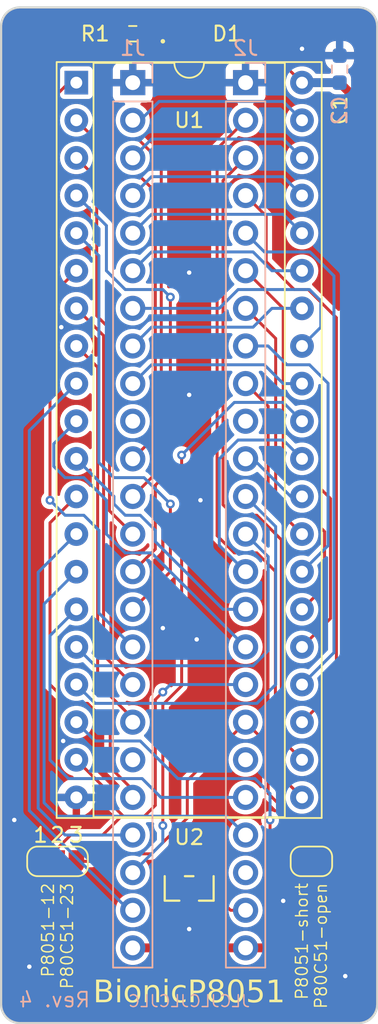
<source format=kicad_pcb>
(kicad_pcb (version 20221018) (generator pcbnew)
  (title_block (title "BionicP8051") (date "2024-11-28") (rev "4") (company "Tadashi G. Takaoka"))
  (layers (0 "F.Cu" signal) (31 "B.Cu" signal) (34 "B.Paste" user) (35 "F.Paste" user) (36 "B.SilkS" user "B.Silkscreen") (37 "F.SilkS" user "F.Silkscreen") (38 "B.Mask" user) (39 "F.Mask" user) (44 "Edge.Cuts" user))
  (net 0 "")
  (net 1 "VCC")
  (net 2 "GND")
  (net 4 "/P26")
  (net 5 "/P30")
  (net 6 "/P27")
  (net 7 "/P46")
  (net 8 "/P31")
  (net 9 "/P32")
  (net 10 "/P25")
  (net 11 "/P24")
  (net 12 "/P23")
  (net 13 "/P22")
  (net 14 "/P21")
  (net 15 "/P20")
  (net 16 "/P33")
  (net 17 "/P17")
  (net 18 "/P16")
  (net 19 "/P34")
  (net 20 "/P15")
  (net 21 "/P40")
  (net 22 "/P14")
  (net 23 "/P13")
  (net 24 "/P42")
  (net 25 "/P12")
  (net 26 "/P11")
  (net 27 "/P44")
  (net 28 "/P10")
  (net 29 "/P45")
  (net 30 "/P35")
  (net 31 "/P36")
  (net 32 "/P37")
  (net 33 "/P50")
  (net 34 "/P43")
  (net 35 "/P51")
  (net 36 "/P52")
  (net 37 "/P41")
  (net 38 "/P55")
  (net 39 "/P54")
  (net 40 "Net-(D1-K)")
  (net 41 "/P53")
  (net 43 "Net-(J2-P57)")
  (net 46 "/P47")
  (net 48 "Net-(JP2-B)")
  (footprint "Resistor_SMD:R_0603_1608Metric_Pad0.98x0.95mm_HandSolder" (layer "F.Cu") (at 109.89 71.778 180)
    (fp_text reference "R1" (at 2.54 0) (layer "F.SilkS"))
    (fp_text value "1.6k")
    (fp_line (start -0.254724 -0.5225) (end 0.254724 -0.5225) (stroke (width 0.12)) (layer "F.SilkS"))
    (fp_line (start -0.254724 0.5225) (end 0.254724 0.5225) (stroke (width 0.12)) (layer "F.SilkS"))
    (pad "1" smd roundrect (at -0.9125 0 180) (size 0.975 0.95) (layers "F.Cu" "F.Paste" "F.Mask") (net 40 "Net-(D1-K)"))
    (pad "2" smd roundrect (at 0.9125 0 180) (size 0.975 0.95) (layers "F.Cu" "F.Paste" "F.Mask") (net 2 "GND"))
  )
  (footprint "Resistor_SMD:R_0603_1608Metric_Pad0.98x0.95mm_HandSolder" (layer "F.Cu") (at 123.86 74.1675 90)
    (fp_text reference "C1" (at -2.794 0 90) (layer "F.SilkS"))
    (fp_text value "0.1u")
    (fp_line (start -0.254724 -0.5225) (end 0.254724 -0.5225) (stroke (width 0.12)) (layer "F.SilkS"))
    (fp_line (start -0.254724 0.5225) (end 0.254724 0.5225) (stroke (width 0.12)) (layer "F.SilkS"))
    (pad "1" smd roundrect (at -0.9125 0 90) (size 0.975 0.95) (layers "F.Cu" "F.Paste" "F.Mask") (net 1 "VCC"))
    (pad "2" smd roundrect (at 0.9125 0 90) (size 0.975 0.95) (layers "F.Cu" "F.Paste" "F.Mask") (net 2 "GND"))
  )
  (footprint "0-LocalLibrary:LED_CSL1901UW1_ROM" (layer "F.Cu") (at 113.7 71.778)
    (fp_text reference "D1" (at 2.54 0 unlocked) (layer "F.SilkS"))
    (fp_text value "CSL1901UW1")
    (fp_circle (center -1.778 0.508) (end -1.7018 0.508) (stroke (width 0.1524)) (fill none) (layer "F.SilkS"))
    (pad "1" smd rect (at -0.7747 0) (size 0.762 0.7112) (layers "F.Cu" "F.Paste" "F.Mask") (net 40 "Net-(D1-K)"))
    (pad "2" smd rect (at 0.7747 0) (size 0.762 0.7112) (layers "F.Cu" "F.Paste" "F.Mask") (net 1 "VCC"))
    (zone (net 0) (net_name "") (layer "F.Cu") (connect_pads (clearance 0)) (min_thickness 0.254)
      (keepout (tracks not_allowed) (vias not_allowed) (pads allowed) (copperpour not_allowed) (footprints allowed))
      (fill (thermal_gap 0.508) (thermal_bridge_width 0.508))
      (polygon (pts (xy 113.3571 71.4224) (xy 114.0429 71.4224) (xy 114.0429 72.1336) (xy 113.3571 72.1336)))
    )
  )
  (footprint "0-LocalLibrary:SOT-23_MC_MCH-M" (layer "F.Cu") (at 113.7 129.486 180)
    (fp_text reference "U2" (at 0 3.4544 unlocked) (layer "F.SilkS"))
    (fp_text value "11AA010-I/TT")
    (fp_line (start -1.652 -0.827) (end -1.652 0.827) (stroke (width 0.1524)) (layer "F.SilkS"))
    (fp_line (start -0.66294 -0.827) (end -1.652 -0.827) (stroke (width 0.1524)) (layer "F.SilkS"))
    (fp_line (start -0.287061 0.827) (end 0.287061 0.827) (stroke (width 0.1524)) (layer "F.SilkS"))
    (fp_line (start 1.652 -0.827) (end 0.66294 -0.827) (stroke (width 0.1524)) (layer "F.SilkS"))
    (fp_line (start 1.652 0.827) (end 1.652 -0.827) (stroke (width 0.1524)) (layer "F.SilkS"))
    (pad "1" smd rect (at -0.950001 1.066 180) (size 0.6604 1.6256) (layers "F.Cu" "F.Paste" "F.Mask") (net 43 "Net-(J2-P57)"))
    (pad "2" smd rect (at 0.950001 1.066 180) (size 0.6604 1.6256) (layers "F.Cu" "F.Paste" "F.Mask") (net 1 "VCC"))
    (pad "3" smd rect (at 0 -1.066 180) (size 0.6604 1.6256) (layers "F.Cu" "F.Paste" "F.Mask") (net 2 "GND"))
  )
  (footprint "0-LocalLibrary:DIP-40_W15.24mm_Socket" (layer "F.Cu") (at 106.08 75.08)
    (fp_text reference "U1" (at 7.62 2.54) (layer "F.SilkS"))
    (fp_text value "P8051AH")
    (fp_line (start -1.33 -1.39) (end -1.33 49.65) (stroke (width 0.12)) (layer "F.SilkS"))
    (fp_line (start -1.33 49.65) (end 16.57 49.65) (stroke (width 0.12)) (layer "F.SilkS"))
    (fp_line (start 1.16 -1.33) (end 1.16 49.59) (stroke (width 0.12)) (layer "F.SilkS"))
    (fp_line (start 1.16 49.59) (end 14.08 49.59) (stroke (width 0.12)) (layer "F.SilkS"))
    (fp_line (start 6.62 -1.33) (end 1.16 -1.33) (stroke (width 0.12)) (layer "F.SilkS"))
    (fp_line (start 14.08 -1.33) (end 8.62 -1.33) (stroke (width 0.12)) (layer "F.SilkS"))
    (fp_line (start 14.08 49.59) (end 14.08 -1.33) (stroke (width 0.12)) (layer "F.SilkS"))
    (fp_line (start 16.57 -1.39) (end -1.33 -1.39) (stroke (width 0.12)) (layer "F.SilkS"))
    (fp_line (start 16.57 49.65) (end 16.57 -1.39) (stroke (width 0.12)) (layer "F.SilkS"))
    (fp_arc (start 8.62 -1.33) (mid 7.62 -0.33) (end 6.62 -1.33) (stroke (width 0.12)) (layer "F.SilkS"))
    (pad "1" thru_hole rect (at 0 0) (size 1.6 1.6) (drill 0.8) (layers "*.Cu" "*.Mask") (net 5 "/P30"))
    (pad "2" thru_hole oval (at 0 2.54) (size 1.6 1.6) (drill 0.8) (layers "*.Cu" "*.Mask") (net 8 "/P31"))
    (pad "3" thru_hole oval (at 0 5.08) (size 1.6 1.6) (drill 0.8) (layers "*.Cu" "*.Mask") (net 9 "/P32"))
    (pad "4" thru_hole oval (at 0 7.62) (size 1.6 1.6) (drill 0.8) (layers "*.Cu" "*.Mask") (net 16 "/P33"))
    (pad "5" thru_hole oval (at 0 10.16) (size 1.6 1.6) (drill 0.8) (layers "*.Cu" "*.Mask") (net 19 "/P34"))
    (pad "6" thru_hole oval (at 0 12.7) (size 1.6 1.6) (drill 0.8) (layers "*.Cu" "*.Mask") (net 30 "/P35"))
    (pad "7" thru_hole oval (at 0 15.24) (size 1.6 1.6) (drill 0.8) (layers "*.Cu" "*.Mask") (net 31 "/P36"))
    (pad "8" thru_hole oval (at 0 17.78) (size 1.6 1.6) (drill 0.8) (layers "*.Cu" "*.Mask") (net 32 "/P37"))
    (pad "9" thru_hole oval (at 0 20.32) (size 1.6 1.6) (drill 0.8) (layers "*.Cu" "*.Mask") (net 41 "/P53"))
    (pad "10" thru_hole oval (at 0 22.86) (size 1.6 1.6) (drill 0.8) (layers "*.Cu" "*.Mask") (net 29 "/P45"))
    (pad "11" thru_hole oval (at 0 25.4) (size 1.6 1.6) (drill 0.8) (layers "*.Cu" "*.Mask") (net 27 "/P44"))
    (pad "12" thru_hole oval (at 0 27.94) (size 1.6 1.6) (drill 0.8) (layers "*.Cu" "*.Mask") (net 33 "/P50"))
    (pad "13" thru_hole oval (at 0 30.48) (size 1.6 1.6) (drill 0.8) (layers "*.Cu" "*.Mask") (net 35 "/P51"))
    (pad "14" thru_hole oval (at 0 33.02) (size 1.6 1.6) (drill 0.8) (layers "*.Cu" "*.Mask") (net 39 "/P54"))
    (pad "15" thru_hole oval (at 0 35.56) (size 1.6 1.6) (drill 0.8) (layers "*.Cu" "*.Mask") (net 38 "/P55"))
    (pad "16" thru_hole oval (at 0 38.1) (size 1.6 1.6) (drill 0.8) (layers "*.Cu" "*.Mask") (net 24 "/P42"))
    (pad "17" thru_hole oval (at 0 40.64) (size 1.6 1.6) (drill 0.8) (layers "*.Cu" "*.Mask") (net 37 "/P41"))
    (pad "18" thru_hole oval (at 0 43.18) (size 1.6 1.6) (drill 0.8) (layers "*.Cu" "*.Mask") (net 48 "Net-(JP2-B)"))
    (pad "19" thru_hole oval (at 0 45.72) (size 1.6 1.6) (drill 0.8) (layers "*.Cu" "*.Mask") (net 7 "/P46"))
    (pad "20" thru_hole oval (at 0 48.26) (size 1.6 1.6) (drill 0.8) (layers "*.Cu" "*.Mask") (net 2 "GND"))
    (pad "21" thru_hole oval (at 15.24 48.26) (size 1.6 1.6) (drill 0.8) (layers "*.Cu" "*.Mask") (net 15 "/P20"))
    (pad "22" thru_hole oval (at 15.24 45.72) (size 1.6 1.6) (drill 0.8) (layers "*.Cu" "*.Mask") (net 14 "/P21"))
    (pad "23" thru_hole oval (at 15.24 43.18) (size 1.6 1.6) (drill 0.8) (layers "*.Cu" "*.Mask") (net 13 "/P22"))
    (pad "24" thru_hole oval (at 15.24 40.64) (size 1.6 1.6) (drill 0.8) (layers "*.Cu" "*.Mask") (net 12 "/P23"))
    (pad "25" thru_hole oval (at 15.24 38.1) (size 1.6 1.6) (drill 0.8) (layers "*.Cu" "*.Mask") (net 11 "/P24"))
    (pad "26" thru_hole oval (at 15.24 35.56) (size 1.6 1.6) (drill 0.8) (layers "*.Cu" "*.Mask") (net 10 "/P25"))
    (pad "27" thru_hole oval (at 15.24 33.02) (size 1.6 1.6) (drill 0.8) (layers "*.Cu" "*.Mask") (net 4 "/P26"))
    (pad "28" thru_hole oval (at 15.24 30.48) (size 1.6 1.6) (drill 0.8) (layers "*.Cu" "*.Mask") (net 6 "/P27"))
    (pad "29" thru_hole oval (at 15.24 27.94) (size 1.6 1.6) (drill 0.8) (layers "*.Cu" "*.Mask") (net 21 "/P40"))
    (pad "30" thru_hole oval (at 15.24 25.4) (size 1.6 1.6) (drill 0.8) (layers "*.Cu" "*.Mask") (net 34 "/P43"))
    (pad "31" thru_hole oval (at 15.24 22.86) (size 1.6 1.6) (drill 0.8) (layers "*.Cu" "*.Mask") (net 36 "/P52"))
    (pad "32" thru_hole oval (at 15.24 20.32) (size 1.6 1.6) (drill 0.8) (layers "*.Cu" "*.Mask") (net 17 "/P17"))
    (pad "33" thru_hole oval (at 15.24 17.78) (size 1.6 1.6) (drill 0.8) (layers "*.Cu" "*.Mask") (net 20 "/P15"))
    (pad "34" thru_hole oval (at 15.24 15.24) (size 1.6 1.6) (drill 0.8) (layers "*.Cu" "*.Mask") (net 18 "/P16"))
    (pad "35" thru_hole oval (at 15.24 12.7) (size 1.6 1.6) (drill 0.8) (layers "*.Cu" "*.Mask") (net 22 "/P14"))
    (pad "36" thru_hole oval (at 15.24 10.16) (size 1.6 1.6) (drill 0.8) (layers "*.Cu" "*.Mask") (net 23 "/P13"))
    (pad "37" thru_hole oval (at 15.24 7.62) (size 1.6 1.6) (drill 0.8) (layers "*.Cu" "*.Mask") (net 25 "/P12"))
    (pad "38" thru_hole oval (at 15.24 5.08) (size 1.6 1.6) (drill 0.8) (layers "*.Cu" "*.Mask") (net 26 "/P11"))
    (pad "39" thru_hole oval (at 15.24 2.54) (size 1.6 1.6) (drill 0.8) (layers "*.Cu" "*.Mask") (net 28 "/P10"))
    (pad "40" thru_hole oval (at 15.24 0) (size 1.6 1.6) (drill 0.8) (layers "*.Cu" "*.Mask") (net 1 "VCC"))
  )
  (footprint "0-LocalLibrary:SolderJumper-2_P1.3mm_Open_RoundedPad1.0x1.5mm" (layer "F.Cu") (at 121.955 127.658 180)
    (fp_text reference "JP2" hide)
    (fp_text value "XTAL2")
    (fp_line (start -1.4 0.3) (end -1.4 -0.3) (stroke (width 0.12)) (layer "F.SilkS"))
    (fp_line (start -0.7 -1) (end 0.7 -1) (stroke (width 0.12)) (layer "F.SilkS"))
    (fp_line (start 0.7 1) (end -0.7 1) (stroke (width 0.12)) (layer "F.SilkS"))
    (fp_line (start 1.4 -0.3) (end 1.4 0.3) (stroke (width 0.12)) (layer "F.SilkS"))
    (fp_arc (start -1.4 -0.3) (mid -1.194975 -0.794975) (end -0.7 -1) (stroke (width 0.12)) (layer "F.SilkS"))
    (fp_arc (start -0.7 1) (mid -1.194975 0.794975) (end -1.4 0.3) (stroke (width 0.12)) (layer "F.SilkS"))
    (fp_arc (start 0.7 -1) (mid 1.194975 -0.794975) (end 1.4 -0.3) (stroke (width 0.12)) (layer "F.SilkS"))
    (fp_arc (start 1.4 0.3) (mid 1.194975 0.794975) (end 0.7 1) (stroke (width 0.12)) (layer "F.SilkS"))
    (pad "1" smd custom (at -0.65 0 180) (size 1 0.5) (layers "F.Cu" "F.Mask") (net 46 "/P47") (options (clearance outline) (anchor rect)) (primitives (gr_circle (center 0 0.25) (end 0.5 0.25) (width 0) (fill yes)) (gr_circle (center 0 -0.25) (end 0.5 -0.25) (width 0) (fill yes)) (gr_poly (pts (xy 0.5 0.75) (xy 0 0.75) (xy 0 -0.75) (xy 0.5 -0.75)) (width 0) (fill yes))))
    (pad "2" smd custom (at 0.65 0 180) (size 1 0.5) (layers "F.Cu" "F.Mask") (net 48 "Net-(JP2-B)") (options (clearance outline) (anchor rect)) (primitives (gr_circle (center 0 0.25) (end 0.5 0.25) (width 0) (fill yes)) (gr_circle (center 0 -0.25) (end 0.5 -0.25) (width 0) (fill yes)) (gr_poly (pts (xy 0 0.75) (xy -0.5 0.75) (xy -0.5 -0.75) (xy 0 -0.75)) (width 0) (fill yes))))
  )
  (footprint "0-LocalLibrary:SolderJumper-3_P1.3mm_Open_RoundedPad1.0x1.5mm_NumberLabels" (layer "F.Cu") (at 104.81 127.658)
    (fp_text reference "JP1" hide)
    (fp_text value "XTAL1")
    (fp_text user "1" (at -1.143 -1.778) (layer "F.SilkS"))
    (fp_text user "3" (at 1.27 -1.778) (layer "F.SilkS"))
    (fp_line (start -2.05 0.3) (end -2.05 -0.3) (stroke (width 0.12)) (layer "F.SilkS"))
    (fp_line (start -1.4 -1) (end 1.4 -1) (stroke (width 0.12)) (layer "F.SilkS"))
    (fp_line (start 1.4 1) (end -1.4 1) (stroke (width 0.12)) (layer "F.SilkS"))
    (fp_line (start 2.05 -0.3) (end 2.05 0.3) (stroke (width 0.12)) (layer "F.SilkS"))
    (fp_arc (start -2.05 -0.3) (mid -1.844975 -0.794975) (end -1.35 -1) (stroke (width 0.12)) (layer "F.SilkS"))
    (fp_arc (start -1.35 1) (mid -1.844975 0.794975) (end -2.05 0.3) (stroke (width 0.12)) (layer "F.SilkS"))
    (fp_arc (start 1.35 -1) (mid 1.844975 -0.794975) (end 2.05 -0.3) (stroke (width 0.12)) (layer "F.SilkS"))
    (fp_arc (start 2.05 0.3) (mid 1.844975 0.794975) (end 1.35 1) (stroke (width 0.12)) (layer "F.SilkS"))
    (pad "1" smd custom (at -1.3 0) (size 1 0.5) (layers "F.Cu" "F.Mask") (net 2 "GND") (options (clearance outline) (anchor rect)) (primitives (gr_circle (center 0 0.25) (end 0.5 0.25) (width 0) (fill yes)) (gr_circle (center 0 -0.25) (end 0.5 -0.25) (width 0) (fill yes)) (gr_poly (pts (xy 0.55 0.75) (xy 0 0.75) (xy 0 -0.75) (xy 0.55 -0.75)) (width 0) (fill yes))))
    (pad "2" smd rect (at 0 0) (size 1 1.5) (layers "F.Cu" "F.Mask") (net 7 "/P46"))
    (pad "3" smd custom (at 1.3 0) (size 1 0.5) (layers "F.Cu" "F.Mask") (net 46 "/P47") (options (clearance outline) (anchor rect)) (primitives (gr_circle (center 0 0.25) (end 0.5 0.25) (width 0) (fill yes)) (gr_circle (center 0 -0.25) (end 0.5 -0.25) (width 0) (fill yes)) (gr_poly (pts (xy 0 0.75) (xy -0.55 0.75) (xy -0.55 -0.75) (xy 0 -0.75)) (width 0) (fill yes))))
  )
  (footprint "Resistor_SMD:R_0603_1608Metric_Pad0.98x0.95mm_HandSolder" (layer "B.Cu") (at 123.86 74.1675 90)
    (fp_text reference "C2" (at -2.794 0 90) (layer "B.SilkS") (effects (justify mirror)))
    (fp_text value "22u")
    (fp_line (start -0.254724 -0.5225) (end 0.254724 -0.5225) (stroke (width 0.12)) (layer "B.SilkS"))
    (fp_line (start -0.254724 0.5225) (end 0.254724 0.5225) (stroke (width 0.12)) (layer "B.SilkS"))
    (pad "1" smd roundrect (at -0.9125 0 90) (size 0.975 0.95) (layers "B.Cu" "B.Paste" "B.Mask") (net 1 "VCC"))
    (pad "2" smd roundrect (at 0.9125 0 90) (size 0.975 0.95) (layers "B.Cu" "B.Paste" "B.Mask") (net 2 "GND"))
  )
  (footprint "0-LocalLibrary:Bionic-P245_Vertical" (layer "B.Cu") (at 117.51 75.08 180)
    (fp_text reference "J2" (at 0 2.33) (layer "B.SilkS") (effects (justify mirror)))
    (fp_text value "Bionic-P245")
    (fp_line (start -1.33 -59.75) (end 1.33 -59.75) (stroke (width 0.12)) (layer "B.SilkS"))
    (fp_line (start -1.33 -1.27) (end -1.33 -59.75) (stroke (width 0.12)) (layer "B.SilkS"))
    (fp_line (start -1.33 -1.27) (end 1.33 -1.27) (stroke (width 0.12)) (layer "B.SilkS"))
    (fp_line (start -1.33 0) (end -1.33 1.33) (stroke (width 0.12)) (layer "B.SilkS"))
    (fp_line (start -1.33 1.33) (end 0 1.33) (stroke (width 0.12)) (layer "B.SilkS"))
    (fp_line (start 1.33 -1.27) (end 1.33 -59.75) (stroke (width 0.12)) (layer "B.SilkS"))
    (pad "25" thru_hole oval (at 0 -58.42 180) (size 1.7 1.7) (drill 1) (layers "*.Cu" "*.Mask") (net 1 "VCC"))
    (pad "26" thru_hole oval (at 0 -55.88 180) (size 1.7 1.7) (drill 1) (layers "*.Cu" "*.Mask") (net 43 "Net-(J2-P57)"))
    (pad "27" thru_hole oval (at 0 -53.34 180) (size 1.7 1.7) (drill 1) (layers "*.Cu" "*.Mask"))
    (pad "28" thru_hole oval (at 0 -50.8 180) (size 1.7 1.7) (drill 1) (layers "*.Cu" "*.Mask") (net 39 "/P54"))
    (pad "29" thru_hole oval (at 0 -48.26 180) (size 1.7 1.7) (drill 1) (layers "*.Cu" "*.Mask") (net 38 "/P55"))
    (pad "30" thru_hole oval (at 0 -45.72 180) (size 1.7 1.7) (drill 1) (layers "*.Cu" "*.Mask"))
    (pad "31" thru_hole oval (at 0 -43.18 180) (size 1.7 1.7) (drill 1) (layers "*.Cu" "*.Mask") (net 46 "/P47"))
    (pad "32" thru_hole oval (at 0 -40.64 180) (size 1.7 1.7) (drill 1) (layers "*.Cu" "*.Mask") (net 7 "/P46"))
    (pad "33" thru_hole oval (at 0 -38.1 180) (size 1.7 1.7) (drill 1) (layers "*.Cu" "*.Mask") (net 29 "/P45"))
    (pad "34" thru_hole oval (at 0 -35.56 180) (size 1.7 1.7) (drill 1) (layers "*.Cu" "*.Mask") (net 27 "/P44"))
    (pad "35" thru_hole oval (at 0 -33.02 180) (size 1.7 1.7) (drill 1) (layers "*.Cu" "*.Mask") (net 34 "/P43"))
    (pad "36" thru_hole oval (at 0 -30.48 180) (size 1.7 1.7) (drill 1) (layers "*.Cu" "*.Mask") (net 24 "/P42"))
    (pad "37" thru_hole oval (at 0 -27.94 180) (size 1.7 1.7) (drill 1) (layers "*.Cu" "*.Mask") (net 37 "/P41"))
    (pad "38" thru_hole oval (at 0 -25.4 180) (size 1.7 1.7) (drill 1) (layers "*.Cu" "*.Mask") (net 21 "/P40"))
    (pad "39" thru_hole oval (at 0 -22.86 180) (size 1.7 1.7) (drill 1) (layers "*.Cu" "*.Mask"))
    (pad "40" thru_hole oval (at 0 -20.32 180) (size 1.7 1.7) (drill 1) (layers "*.Cu" "*.Mask") (net 6 "/P27"))
    (pad "41" thru_hole oval (at 0 -17.78 180) (size 1.7 1.7) (drill 1) (layers "*.Cu" "*.Mask") (net 4 "/P26"))
    (pad "42" thru_hole oval (at 0 -15.24 180) (size 1.7 1.7) (drill 1) (layers "*.Cu" "*.Mask") (net 10 "/P25"))
    (pad "43" thru_hole oval (at 0 -12.7 180) (size 1.7 1.7) (drill 1) (layers "*.Cu" "*.Mask") (net 11 "/P24"))
    (pad "44" thru_hole oval (at 0 -10.16 180) (size 1.7 1.7) (drill 1) (layers "*.Cu" "*.Mask") (net 12 "/P23"))
    (pad "45" thru_hole oval (at 0 -7.62 180) (size 1.7 1.7) (drill 1) (layers "*.Cu" "*.Mask") (net 13 "/P22"))
    (pad "46" thru_hole oval (at 0 -5.08 180) (size 1.7 1.7) (drill 1) (layers "*.Cu" "*.Mask") (net 14 "/P21"))
    (pad "47" thru_hole oval (at 0 -2.54 180) (size 1.7 1.7) (drill 1) (layers "*.Cu" "*.Mask") (net 15 "/P20"))
    (pad "48" thru_hole rect (at 0 0 180) (size 1.7 1.7) (drill 1) (layers "*.Cu" "*.Mask") (net 2 "GND"))
  )
  (footprint "0-LocalLibrary:Bionic-P135_Vertical" (layer "B.Cu") (at 109.89 75.08 180)
    (fp_text reference "J1" (at 0 2.33) (layer "B.SilkS") (effects (justify mirror)))
    (fp_text value "Bionic-P135")
    (fp_line (start -1.33 -59.75) (end 1.33 -59.75) (stroke (width 0.12)) (layer "B.SilkS"))
    (fp_line (start -1.33 -1.27) (end -1.33 -59.75) (stroke (width 0.12)) (layer "B.SilkS"))
    (fp_line (start -1.33 -1.27) (end 1.33 -1.27) (stroke (width 0.12)) (layer "B.SilkS"))
    (fp_line (start -1.33 0) (end -1.33 1.33) (stroke (width 0.12)) (layer "B.SilkS"))
    (fp_line (start -1.33 1.33) (end 0 1.33) (stroke (width 0.12)) (layer "B.SilkS"))
    (fp_line (start 1.33 -1.27) (end 1.33 -59.75) (stroke (width 0.12)) (layer "B.SilkS"))
    (pad "1" thru_hole rect (at 0 0 180) (size 1.7 1.7) (drill 1) (layers "*.Cu" "*.Mask") (net 2 "GND"))
    (pad "2" thru_hole oval (at 0 -2.54 180) (size 1.7 1.7) (drill 1) (layers "*.Cu" "*.Mask") (net 28 "/P10"))
    (pad "3" thru_hole oval (at 0 -5.08 180) (size 1.7 1.7) (drill 1) (layers "*.Cu" "*.Mask") (net 26 "/P11"))
    (pad "4" thru_hole oval (at 0 -7.62 180) (size 1.7 1.7) (drill 1) (layers "*.Cu" "*.Mask") (net 25 "/P12"))
    (pad "5" thru_hole oval (at 0 -10.16 180) (size 1.7 1.7) (drill 1) (layers "*.Cu" "*.Mask") (net 23 "/P13"))
    (pad "6" thru_hole oval (at 0 -12.7 180) (size 1.7 1.7) (drill 1) (layers "*.Cu" "*.Mask") (net 22 "/P14"))
    (pad "7" thru_hole oval (at 0 -15.24 180) (size 1.7 1.7) (drill 1) (layers "*.Cu" "*.Mask") (net 20 "/P15"))
    (pad "8" thru_hole oval (at 0 -17.78 180) (size 1.7 1.7) (drill 1) (layers "*.Cu" "*.Mask") (net 18 "/P16"))
    (pad "9" thru_hole oval (at 0 -20.32 180) (size 1.7 1.7) (drill 1) (layers "*.Cu" "*.Mask") (net 17 "/P17"))
    (pad "10" thru_hole oval (at 0 -22.86 180) (size 1.7 1.7) (drill 1) (layers "*.Cu" "*.Mask"))
    (pad "11" thru_hole oval (at 0 -25.4 180) (size 1.7 1.7) (drill 1) (layers "*.Cu" "*.Mask") (net 5 "/P30"))
    (pad "12" thru_hole oval (at 0 -27.94 180) (size 1.7 1.7) (drill 1) (layers "*.Cu" "*.Mask") (net 8 "/P31"))
    (pad "13" thru_hole oval (at 0 -30.48 180) (size 1.7 1.7) (drill 1) (layers "*.Cu" "*.Mask") (net 9 "/P32"))
    (pad "14" thru_hole oval (at 0 -33.02 180) (size 1.7 1.7) (drill 1) (layers "*.Cu" "*.Mask") (net 16 "/P33"))
    (pad "15" thru_hole oval (at 0 -35.56 180) (size 1.7 1.7) (drill 1) (layers "*.Cu" "*.Mask") (net 19 "/P34"))
    (pad "16" thru_hole oval (at 0 -38.1 180) (size 1.7 1.7) (drill 1) (layers "*.Cu" "*.Mask") (net 30 "/P35"))
    (pad "17" thru_hole oval (at 0 -40.64 180) (size 1.7 1.7) (drill 1) (layers "*.Cu" "*.Mask") (net 31 "/P36"))
    (pad "18" thru_hole oval (at 0 -43.18 180) (size 1.7 1.7) (drill 1) (layers "*.Cu" "*.Mask") (net 32 "/P37"))
    (pad "19" thru_hole oval (at 0 -45.72 180) (size 1.7 1.7) (drill 1) (layers "*.Cu" "*.Mask"))
    (pad "20" thru_hole oval (at 0 -48.26 180) (size 1.7 1.7) (drill 1) (layers "*.Cu" "*.Mask") (net 33 "/P50"))
    (pad "21" thru_hole oval (at 0 -50.8 180) (size 1.7 1.7) (drill 1) (layers "*.Cu" "*.Mask") (net 35 "/P51"))
    (pad "22" thru_hole oval (at 0 -53.34 180) (size 1.7 1.7) (drill 1) (layers "*.Cu" "*.Mask") (net 36 "/P52"))
    (pad "23" thru_hole oval (at 0 -55.88 180) (size 1.7 1.7) (drill 1) (layers "*.Cu" "*.Mask") (net 41 "/P53"))
    (pad "24" thru_hole oval (at 0 -58.42 180) (size 1.7 1.7) (drill 1) (layers "*.Cu" "*.Mask") (net 1 "VCC"))
  )
  (gr_line (start 125.13 70) (end 102.27 70) (stroke (width 0.15)) (layer "Edge.Cuts"))
  (gr_arc (start 101 71.27) (mid 101.371974 70.371974) (end 102.27 70) (stroke (width 0.15)) (layer "Edge.Cuts"))
  (gr_arc (start 125.13 70) (mid 126.028026 70.371974) (end 126.4 71.27) (stroke (width 0.15)) (layer "Edge.Cuts"))
  (gr_arc (start 126.4 137.31) (mid 126.028026 138.208026) (end 125.13 138.58) (stroke (width 0.15)) (layer "Edge.Cuts"))
  (gr_line (start 102.27 138.58) (end 125.13 138.58) (stroke (width 0.15)) (layer "Edge.Cuts"))
  (gr_arc (start 102.27 138.58) (mid 101.371974 138.208026) (end 101 137.31) (stroke (width 0.15)) (layer "Edge.Cuts"))
  (gr_line (start 126.4 137.31) (end 126.4 71.27) (stroke (width 0.15)) (layer "Edge.Cuts"))
  (gr_line (start 101 71.27) (end 101 137.31) (stroke (width 0.15)) (layer "Edge.Cuts"))
  (gr_text "JLCJLCJLCJLC" (at 113.7 137.564) (layer "B.SilkS") (effects (font (size 0.8 0.8)) (justify bottom mirror)))
  (gr_text "Rev. 4" (at 107.096 136.421) (layer "B.SilkS") (effects (font (size 1 1)) (justify left top mirror)))
  (gr_text "2" (at 104.81 125.88) (layer "F.SilkS") (effects (font (size 1 1))))
  (gr_text "P8051-12\nP80C51-23" (at 104.81 129.055 90) (layer "F.SilkS") (effects (font (size 0.8 0.8) (thickness 0.1) bold) (justify right)))
  (gr_text "BionicP8051" (at 113.7 136.548) (layer "F.SilkS") (effects (font (size 1.5 1.5))))
  (gr_text "P8051-short\nP80C51-open" (at 121.955 129.055 90) (layer "F.SilkS") (effects (font (size 0.8 0.8) (thickness 0.1) bold) (justify right)))
  (segment (start 124.495 130.452) (end 124.495 75.715) (width 0.6) (layer "F.Cu") (net 1))
  (segment (start 121.447 133.5) (end 124.495 130.452) (width 0.6) (layer "F.Cu") (net 1))
  (segment (start 112.749999 128.42) (end 112.749999 133.434001) (width 0.2) (layer "F.Cu") (net 1))
  (segment (start 124.495 75.715) (end 123.86 75.08) (width 0.6) (layer "F.Cu") (net 1))
  (segment (start 109.89 133.5) (end 112.684 133.5) (width 0.6) (layer "F.Cu") (net 1))
  (segment (start 117.51 133.5) (end 121.447 133.5) (width 0.6) (layer "F.Cu") (net 1))
  (segment (start 121.32 75.08) (end 118.018 71.778) (width 0.2) (layer "F.Cu") (net 1))
  (segment (start 123.86 75.08) (end 121.32 75.08) (width 0.6) (layer "F.Cu") (net 1))
  (segment (start 118.018 71.778) (end 114.4747 71.778) (width 0.2) (layer "F.Cu") (net 1))
  (segment (start 112.684 133.5) (end 117.51 133.5) (width 0.6) (layer "F.Cu") (net 1))
  (segment (start 123.86 75.08) (end 121.32 75.08) (width 0.6) (layer "B.Cu") (net 1))
  (via (at 105.191 119.53) (size 0.6) (drill 0.3) (layers "F.Cu" "B.Cu") (net 2))
  (via (at 113.7 87.907) (size 0.6) (drill 0.3) (layers "F.Cu" "B.Cu") (net 2))
  (via (at 120.05 130.325) (size 0.6) (drill 0.3) (layers "F.Cu" "B.Cu") (net 2))
  (via (at 114.208 112.672) (size 0.6) (drill 0.3) (layers "F.Cu" "B.Cu") (net 2))
  (via (at 111.922 111.91) (size 0.6) (drill 0.3) (layers "F.Cu" "B.Cu") (net 2))
  (via (at 113.7 96.162) (size 0.6) (drill 0.3) (layers "F.Cu" "B.Cu") (net 2))
  (via (at 113.7 132.23) (size 0.6) (drill 0.3) (layers "F.Cu" "B.Cu") (net 2))
  (via (at 124.241 135.405) (size 0.6) (drill 0.3) (layers "F.Cu" "B.Cu") (net 2))
  (via (at 102.905 134.77) (size 0.6) (drill 0.3) (layers "F.Cu" "B.Cu") (net 2))
  (via (at 114.462 103.274) (size 0.6) (drill 0.3) (layers "F.Cu" "B.Cu") (net 2))
  (via (at 121.32 72.794) (size 0.6) (drill 0.3) (layers "F.Cu" "B.Cu") (net 2))
  (via (at 101.889 124.864) (size 0.6) (drill 0.3) (layers "F.Cu" "B.Cu") (net 2))
  (via (at 105.064 91.59) (size 0.6) (drill 0.3) (layers "F.Cu" "B.Cu") (net 2))
  (segment (start 123.079 106.341) (end 121.32 108.1) (width 0.2) (layer "B.Cu") (net 4))
  (segment (start 123.079 95.381) (end 123.079 106.341) (width 0.2) (layer "B.Cu") (net 4))
  (segment (start 119.034 92.86) (end 120.304 94.13) (width 0.2) (layer "B.Cu") (net 4))
  (segment (start 121.828 94.13) (end 123.079 95.381) (width 0.2) (layer "B.Cu") (net 4))
  (segment (start 120.304 94.13) (end 121.828 94.13) (width 0.2) (layer "B.Cu") (net 4))
  (segment (start 117.51 92.86) (end 119.034 92.86) (width 0.2) (layer "B.Cu") (net 4))
  (segment (start 104.556 76.096) (end 104.556 77.958) (width 0.2) (layer "F.Cu") (net 5))
  (segment (start 111.414 82.446) (end 111.414 98.956) (width 0.2) (layer "F.Cu") (net 5))
  (segment (start 105.572 75.08) (end 104.556 76.096) (width 0.2) (layer "F.Cu") (net 5))
  (segment (start 111.414 98.956) (end 109.89 100.48) (width 0.2) (layer "F.Cu") (net 5))
  (segment (start 105.488 78.89) (end 106.715 78.89) (width 0.2) (layer "F.Cu") (net 5))
  (segment (start 104.556 77.958) (end 105.488 78.89) (width 0.2) (layer "F.Cu") (net 5))
  (segment (start 106.08 75.08) (end 105.572 75.08) (width 0.2) (layer "F.Cu") (net 5))
  (segment (start 110.398 81.43) (end 111.414 82.446) (width 0.2) (layer "F.Cu") (net 5))
  (segment (start 109.255 81.43) (end 110.398 81.43) (width 0.2) (layer "F.Cu") (net 5))
  (segment (start 106.715 78.89) (end 109.255 81.43) (width 0.2) (layer "F.Cu") (net 5))
  (segment (start 121.32 105.56) (end 119.034 103.274) (width 0.2) (layer "F.Cu") (net 6))
  (segment (start 119.034 103.274) (end 119.034 96.924) (width 0.2) (layer "F.Cu") (net 6))
  (segment (start 119.034 96.924) (end 117.51 95.4) (width 0.2) (layer "F.Cu") (net 6))
  (segment (start 109.128 124.61) (end 107.858 125.88) (width 0.2) (layer "F.Cu") (net 7))
  (segment (start 104.81 126.769) (end 104.81 127.658) (width 0.2) (layer "F.Cu") (net 7))
  (segment (start 108.366 123.086) (end 106.08 120.8) (width 0.2) (layer "F.Cu") (net 7))
  (segment (start 111.414 123.876729) (end 110.680729 124.61) (width 0.2) (layer "F.Cu") (net 7))
  (segment (start 107.858 125.88) (end 105.699 125.88) (width 0.2) (layer "F.Cu") (net 7))
  (segment (start 108.366 123.721) (end 108.366 123.086) (width 0.2) (layer "F.Cu") (net 7))
  (segment (start 110.680729 124.61) (end 109.255 124.61) (width 0.2) (layer "F.Cu") (net 7))
  (segment (start 105.699 125.88) (end 104.81 126.769) (width 0.2) (layer "F.Cu") (net 7))
  (segment (start 109.763 124.61) (end 109.128 124.61) (width 0.2) (layer "F.Cu") (net 7))
  (segment (start 111.922 116.228) (end 111.414 116.736) (width 0.2) (layer "F.Cu") (net 7))
  (segment (start 111.414 116.736) (end 111.414 123.876729) (width 0.2) (layer "F.Cu") (net 7))
  (segment (start 109.255 124.61) (end 108.366 123.721) (width 0.2) (layer "F.Cu") (net 7))
  (via (at 111.922 116.228) (size 0.6) (drill 0.3) (layers "F.Cu" "B.Cu") (net 7))
  (segment (start 111.922 116.228) (end 112.43 115.72) (width 0.2) (layer "B.Cu") (net 7))
  (segment (start 112.43 115.72) (end 117.51 115.72) (width 0.2) (layer "B.Cu") (net 7))
  (segment (start 111.814 101.096) (end 109.89 103.02) (width 0.2) (layer "F.Cu") (net 8))
  (segment (start 106.08 77.62) (end 107.35 78.89) (width 0.2) (layer "F.Cu") (net 8))
  (segment (start 111.814 80.457654) (end 111.814 101.096) (width 0.2) (layer "F.Cu") (net 8))
  (segment (start 110.246346 78.89) (end 111.814 80.457654) (width 0.2) (layer "F.Cu") (net 8))
  (segment (start 107.35 78.89) (end 110.246346 78.89) (width 0.2) (layer "F.Cu") (net 8))
  (segment (start 107.458 90.8258) (end 108.3196 91.6874) (width 0.2) (layer "F.Cu") (net 9))
  (segment (start 108.3196 91.6874) (end 108.3196 103.9896) (width 0.2) (layer "F.Cu") (net 9))
  (segment (start 107.458 81.538) (end 107.458 90.8258) (width 0.2) (layer "F.Cu") (net 9))
  (segment (start 108.3196 103.9896) (end 109.89 105.56) (width 0.2) (layer "F.Cu") (net 9))
  (segment (start 106.08 80.16) (end 107.458 81.538) (width 0.2) (layer "F.Cu") (net 9))
  (segment (start 121.7427 104.29) (end 122.844 105.3913) (width 0.2) (layer "F.Cu") (net 10))
  (segment (start 122.844 105.3913) (end 122.844 109.116) (width 0.2) (layer "F.Cu") (net 10))
  (segment (start 117.51 90.32) (end 119.542 92.352) (width 0.2) (layer "F.Cu") (net 10))
  (segment (start 122.844 109.116) (end 121.32 110.64) (width 0.2) (layer "F.Cu") (net 10))
  (segment (start 120.812 104.29) (end 121.7427 104.29) (width 0.2) (layer "F.Cu") (net 10))
  (segment (start 119.542 103.02) (end 120.812 104.29) (width 0.2) (layer "F.Cu") (net 10))
  (segment (start 119.542 92.352) (end 119.542 103.02) (width 0.2) (layer "F.Cu") (net 10))
  (segment (start 121.828 101.75) (end 123.244 103.166) (width 0.2) (layer "F.Cu") (net 11))
  (segment (start 123.244 111.256) (end 121.32 113.18) (width 0.2) (layer "F.Cu") (net 11))
  (segment (start 120.05 90.32) (end 120.05 100.988) (width 0.2) (layer "F.Cu") (net 11))
  (segment (start 120.812 101.75) (end 121.828 101.75) (width 0.2) (layer "F.Cu") (net 11))
  (segment (start 123.244 103.166) (end 123.244 111.256) (width 0.2) (layer "F.Cu") (net 11))
  (segment (start 120.05 100.988) (end 120.812 101.75) (width 0.2) (layer "F.Cu") (net 11))
  (segment (start 117.51 87.78) (end 120.05 90.32) (width 0.2) (layer "F.Cu") (net 11))
  (segment (start 121.32 115.72) (end 123.479 113.561) (width 0.2) (layer "B.Cu") (net 12))
  (segment (start 123.479 113.561) (end 123.479 88.13215) (width 0.2) (layer "B.Cu") (net 12))
  (segment (start 118.78 86.51) (end 117.51 85.24) (width 0.2) (layer "B.Cu") (net 12))
  (segment (start 123.479 88.13215) (end 121.85685 86.51) (width 0.2) (layer "B.Cu") (net 12))
  (segment (start 121.85685 86.51) (end 118.78 86.51) (width 0.2) (layer "B.Cu") (net 12))
  (segment (start 121.7427 89.05) (end 120.7932 89.05) (width 0.2) (layer "F.Cu") (net 13))
  (segment (start 121.32 118.26) (end 123.644 115.936) (width 0.2) (layer "F.Cu") (net 13))
  (segment (start 118.8996 84.0896) (end 117.51 82.7) (width 0.2) (layer "F.Cu") (net 13))
  (segment (start 120.7932 89.05) (end 118.8996 87.1564) (width 0.2) (layer "F.Cu") (net 13))
  (segment (start 123.644 115.936) (end 123.644 90.9513) (width 0.2) (layer "F.Cu") (net 13))
  (segment (start 123.644 90.9513) (end 121.7427 89.05) (width 0.2) (layer "F.Cu") (net 13))
  (segment (start 118.8996 87.1564) (end 118.8996 84.0896) (width 0.2) (layer "F.Cu") (net 13))
  (segment (start 118.272 104.29) (end 119.923 105.941) (width 0.2) (layer "F.Cu") (net 14))
  (segment (start 117.51 80.16) (end 115.986 81.684) (width 0.2) (layer "F.Cu") (net 14))
  (segment (start 115.986 103.582) (end 116.694 104.29) (width 0.2) (layer "F.Cu") (net 14))
  (segment (start 116.694 104.29) (end 118.272 104.29) (width 0.2) (layer "F.Cu") (net 14))
  (segment (start 115.986 81.684) (end 115.986 103.582) (width 0.2) (layer "F.Cu") (net 14))
  (segment (start 119.923 119.403) (end 121.32 120.8) (width 0.2) (layer "F.Cu") (net 14))
  (segment (start 119.923 105.941) (end 119.923 119.403) (width 0.2) (layer "F.Cu") (net 14))
  (segment (start 119.523 121.543) (end 121.32 123.34) (width 0.2) (layer "F.Cu") (net 15))
  (segment (start 119.523 108.081) (end 119.523 121.543) (width 0.2) (layer "F.Cu") (net 15))
  (segment (start 116.748 106.83) (end 118.272 106.83) (width 0.2) (layer "F.Cu") (net 15))
  (segment (start 115.586 105.668) (end 116.748 106.83) (width 0.2) (layer "F.Cu") (net 15))
  (segment (start 115.586 79.544) (end 115.586 105.668) (width 0.2) (layer "F.Cu") (net 15))
  (segment (start 118.272 106.83) (end 119.523 108.081) (width 0.2) (layer "F.Cu") (net 15))
  (segment (start 117.51 77.62) (end 115.586 79.544) (width 0.2) (layer "F.Cu") (net 15))
  (segment (start 112.43 101.242) (end 111.414 102.258) (width 0.2) (layer "F.Cu") (net 16))
  (segment (start 111.414 102.258) (end 111.414 106.576) (width 0.2) (layer "F.Cu") (net 16))
  (segment (start 111.414 106.576) (end 109.89 108.1) (width 0.2) (layer "F.Cu") (net 16))
  (segment (start 112.43 89.558) (end 112.43 101.242) (width 0.2) (layer "F.Cu") (net 16))
  (via (at 112.43 89.558) (size 0.6) (drill 0.3) (layers "F.Cu" "B.Cu") (net 16))
  (segment (start 112.43 89.558) (end 111.922 89.05) (width 0.2) (layer "B.Cu") (net 16))
  (segment (start 108.112 84.732) (end 106.08 82.7) (width 0.2) (layer "B.Cu") (net 16))
  (segment (start 109.382 89.05) (end 108.112 87.78) (width 0.2) (layer "B.Cu") (net 16))
  (segment (start 108.112 87.78) (end 108.112 84.732) (width 0.2) (layer "B.Cu") (net 16))
  (segment (start 111.922 89.05) (end 109.382 89.05) (width 0.2) (layer "B.Cu") (net 16))
  (segment (start 120.05 95.4) (end 118.78 94.13) (width 0.2) (layer "B.Cu") (net 17))
  (segment (start 118.78 94.13) (end 111.16 94.13) (width 0.2) (layer "B.Cu") (net 17))
  (segment (start 111.16 94.13) (end 109.89 95.4) (width 0.2) (layer "B.Cu") (net 17))
  (segment (start 121.32 95.4) (end 120.05 95.4) (width 0.2) (layer "B.Cu") (net 17))
  (segment (start 118.018 91.59) (end 119.288 90.32) (width 0.2) (layer "B.Cu") (net 18))
  (segment (start 109.89 92.86) (end 111.16 91.59) (width 0.2) (layer "B.Cu") (net 18))
  (segment (start 111.16 91.59) (end 118.018 91.59) (width 0.2) (layer "B.Cu") (net 18))
  (segment (start 119.288 90.32) (end 121.32 90.32) (width 0.2) (layer "B.Cu") (net 18))
  (segment (start 112.43 108.1) (end 109.89 110.64) (width 0.2) (layer "F.Cu") (net 19))
  (segment (start 112.43 103.528) (end 112.43 108.1) (width 0.2) (layer "F.Cu") (net 19))
  (via (at 112.43 103.528) (size 0.6) (drill 0.3) (layers "F.Cu" "B.Cu") (net 19))
  (segment (start 112.43 103.528) (end 110.652 101.75) (width 0.2) (layer "B.Cu") (net 19))
  (segment (start 108.62 101.75) (end 107.604 100.734) (width 0.2) (layer "B.Cu") (net 19))
  (segment (start 107.604 100.734) (end 107.604 86.764) (width 0.2) (layer "B.Cu") (net 19))
  (segment (start 107.604 86.764) (end 106.08 85.24) (width 0.2) (layer "B.Cu") (net 19))
  (segment (start 110.652 101.75) (end 108.62 101.75) (width 0.2) (layer "B.Cu") (net 19))
  (segment (start 117.002 89.05) (end 121.828 89.05) (width 0.2) (layer "B.Cu") (net 20))
  (segment (start 122.59 89.812) (end 122.59 91.59) (width 0.2) (layer "B.Cu") (net 20))
  (segment (start 115.732 90.32) (end 117.002 89.05) (width 0.2) (layer "B.Cu") (net 20))
  (segment (start 121.828 89.05) (end 122.59 89.812) (width 0.2) (layer "B.Cu") (net 20))
  (segment (start 122.59 91.59) (end 121.32 92.86) (width 0.2) (layer "B.Cu") (net 20))
  (segment (start 109.89 90.32) (end 115.732 90.32) (width 0.2) (layer "B.Cu") (net 20))
  (segment (start 118.018 100.48) (end 120.558 103.02) (width 0.2) (layer "B.Cu") (net 21))
  (segment (start 120.558 103.02) (end 121.32 103.02) (width 0.2) (layer "B.Cu") (net 21))
  (segment (start 117.51 100.48) (end 118.018 100.48) (width 0.2) (layer "B.Cu") (net 21))
  (segment (start 118.018 86.51) (end 119.288 87.78) (width 0.2) (layer "B.Cu") (net 22))
  (segment (start 111.16 86.51) (end 118.018 86.51) (width 0.2) (layer "B.Cu") (net 22))
  (segment (start 119.288 87.78) (end 121.32 87.78) (width 0.2) (layer "B.Cu") (net 22))
  (segment (start 109.89 87.78) (end 111.16 86.51) (width 0.2) (layer "B.Cu") (net 22))
  (segment (start 120.05 83.97) (end 121.32 85.24) (width 0.2) (layer "B.Cu") (net 23))
  (segment (start 109.89 85.24) (end 111.16 83.97) (width 0.2) (layer "B.Cu") (net 23))
  (segment (start 111.16 83.97) (end 120.05 83.97) (width 0.2) (layer "B.Cu") (net 23))
  (segment (start 118.018 114.45) (end 107.35 114.45) (width 0.2) (layer "B.Cu") (net 24))
  (segment (start 119.034 113.434) (end 118.018 114.45) (width 0.2) (layer "B.Cu") (net 24))
  (segment (start 119.034 107.084) (end 119.034 113.434) (width 0.2) (layer "B.Cu") (net 24))
  (segment (start 117.51 105.56) (end 119.034 107.084) (width 0.2) (layer "B.Cu") (net 24))
  (segment (start 107.35 114.45) (end 106.08 113.18) (width 0.2) (layer "B.Cu") (net 24))
  (segment (start 111.16 81.43) (end 120.05 81.43) (width 0.2) (layer "B.Cu") (net 25))
  (segment (start 109.89 82.7) (end 111.16 81.43) (width 0.2) (layer "B.Cu") (net 25))
  (segment (start 120.05 81.43) (end 121.32 82.7) (width 0.2) (layer "B.Cu") (net 25))
  (segment (start 109.89 80.16) (end 111.16 78.89) (width 0.2) (layer "B.Cu") (net 26))
  (segment (start 111.16 78.89) (end 120.05 78.89) (width 0.2) (layer "B.Cu") (net 26))
  (segment (start 120.05 78.89) (end 121.32 80.16) (width 0.2) (layer "B.Cu") (net 26))
  (segment (start 106.08 100.48) (end 108.62 103.02) (width 0.2) (layer "B.Cu") (net 27))
  (segment (start 110.398 104.29) (end 111.414 105.306) (width 0.2) (layer "B.Cu") (net 27))
  (segment (start 108.62 103.528) (end 109.382 104.29) (width 0.2) (layer "B.Cu") (net 27))
  (segment (start 115.986 110.64) (end 117.51 110.64) (width 0.2) (layer "B.Cu") (net 27))
  (segment (start 109.382 104.29) (end 110.398 104.29) (width 0.2) (layer "B.Cu") (net 27))
  (segment (start 111.414 106.068) (end 115.986 110.64) (width 0.2) (layer "B.Cu") (net 27))
  (segment (start 111.414 105.306) (end 111.414 106.068) (width 0.2) (layer "B.Cu") (net 27))
  (segment (start 108.62 103.02) (end 108.62 103.528) (width 0.2) (layer "B.Cu") (net 27))
  (segment (start 120.05 76.35) (end 121.32 77.62) (width 0.2) (layer "B.Cu") (net 28))
  (segment (start 110.398 77.62) (end 111.668 76.35) (width 0.2) (layer "B.Cu") (net 28))
  (segment (start 109.89 77.62) (end 110.398 77.62) (width 0.2) (layer "B.Cu") (net 28))
  (segment (start 111.668 76.35) (end 120.05 76.35) (width 0.2) (layer "B.Cu") (net 28))
  (segment (start 104.556 99.464) (end 106.08 97.94) (width 0.2) (layer "B.Cu") (net 29))
  (segment (start 106.588 101.75) (end 105.318 101.75) (width 0.2) (layer "B.Cu") (net 29))
  (segment (start 108.112 103.274) (end 106.588 101.75) (width 0.2) (layer "B.Cu") (net 29))
  (segment (start 104.556 100.988) (end 104.556 99.464) (width 0.2) (layer "B.Cu") (net 29))
  (segment (start 111.16 106.83) (end 109.382 106.83) (width 0.2) (layer "B.Cu") (net 29))
  (segment (start 109.382 106.83) (end 108.112 105.56) (width 0.2) (layer "B.Cu") (net 29))
  (segment (start 117.51 113.18) (end 111.16 106.83) (width 0.2) (layer "B.Cu") (net 29))
  (segment (start 108.112 105.56) (end 108.112 103.274) (width 0.2) (layer "B.Cu") (net 29))
  (segment (start 105.318 101.75) (end 104.556 100.988) (width 0.2) (layer "B.Cu") (net 29))
  (segment (start 104.302 89.558) (end 106.08 87.78) (width 0.2) (layer "F.Cu") (net 30))
  (segment (start 104.302 103.274) (end 104.302 89.558) (width 0.2) (layer "F.Cu") (net 30))
  (via (at 104.302 103.274) (size 0.6) (drill 0.3) (layers "F.Cu" "B.Cu") (net 30))
  (segment (start 106.588 104.29) (end 107.604 105.306) (width 0.2) (layer "B.Cu") (net 30))
  (segment (start 107.604 105.306) (end 107.604 110.894) (width 0.2) (layer "B.Cu") (net 30))
  (segment (start 105.318 104.29) (end 106.588 104.29) (width 0.2) (layer "B.Cu") (net 30))
  (segment (start 104.302 103.274) (end 105.318 104.29) (width 0.2) (layer "B.Cu") (net 30))
  (segment (start 107.604 110.894) (end 109.89 113.18) (width 0.2) (layer "B.Cu") (net 30))
  (segment (start 107.9196 92.1596) (end 106.08 90.32) (width 0.2) (layer "F.Cu") (net 31))
  (segment (start 109.89 115.72) (end 107.9196 113.7496) (width 0.2) (layer "F.Cu") (net 31))
  (segment (start 107.9196 113.7496) (end 107.9196 92.1596) (width 0.2) (layer "F.Cu") (net 31))
  (segment (start 109.89 118.006) (end 107.5196 115.6356) (width 0.2) (layer "F.Cu") (net 32))
  (segment (start 107.5196 115.6356) (end 107.5196 94.2996) (width 0.2) (layer "F.Cu") (net 32))
  (segment (start 109.89 118.26) (end 109.89 118.006) (width 0.2) (layer "F.Cu") (net 32))
  (segment (start 107.5196 94.2996) (end 106.08 92.86) (width 0.2) (layer "F.Cu") (net 32))
  (segment (start 104.302 115.72) (end 105.572 116.99) (width 0.2) (layer "F.Cu") (net 33))
  (segment (start 108.366 118.514) (end 108.366 121.308) (width 0.2) (layer "F.Cu") (net 33))
  (segment (start 108.366 121.308) (end 109.89 122.832) (width 0.2) (layer "F.Cu") (net 33))
  (segment (start 105.572 116.99) (end 106.842 116.99) (width 0.2) (layer "F.Cu") (net 33))
  (segment (start 104.302 104.798) (end 104.302 115.72) (width 0.2) (layer "F.Cu") (net 33))
  (segment (start 106.08 103.02) (end 104.302 104.798) (width 0.2) (layer "F.Cu") (net 33))
  (segment (start 109.89 122.832) (end 109.89 123.34) (width 0.2) (layer "F.Cu") (net 33))
  (segment (start 106.842 116.99) (end 108.366 118.514) (width 0.2) (layer "F.Cu") (net 33))
  (segment (start 120.05 99.21) (end 117.002 99.21) (width 0.2) (layer "B.Cu") (net 34))
  (segment (start 115.732 100.48) (end 115.732 106.322) (width 0.2) (layer "B.Cu") (net 34))
  (segment (start 115.732 106.322) (end 117.51 108.1) (width 0.2) (layer "B.Cu") (net 34))
  (segment (start 121.32 100.48) (end 120.05 99.21) (width 0.2) (layer "B.Cu") (net 34))
  (segment (start 117.002 99.21) (end 115.732 100.48) (width 0.2) (layer "B.Cu") (net 34))
  (segment (start 103.502 108.138) (end 106.08 105.56) (width 0.2) (layer "B.Cu") (net 35))
  (segment (start 103.502 124.064) (end 103.502 108.138) (width 0.2) (layer "B.Cu") (net 35))
  (segment (start 105.318 125.88) (end 103.502 124.064) (width 0.2) (layer "B.Cu") (net 35))
  (segment (start 109.89 125.88) (end 105.318 125.88) (width 0.2) (layer "B.Cu") (net 35))
  (segment (start 111.922 117.076529) (end 111.922 125.245) (width 0.2) (layer "F.Cu") (net 36))
  (segment (start 113.192 115.806529) (end 111.922 117.076529) (width 0.2) (layer "F.Cu") (net 36))
  (segment (start 113.192 100.226) (end 113.192 115.806529) (width 0.2) (layer "F.Cu") (net 36))
  (via (at 111.922 125.245) (size 0.6) (drill 0.3) (layers "F.Cu" "B.Cu") (net 36))
  (via (at 113.192 100.226) (size 0.6) (drill 0.3) (layers "F.Cu" "B.Cu") (net 36))
  (segment (start 113.192 100.226) (end 116.748 96.67) (width 0.2) (layer "B.Cu") (net 36))
  (segment (start 120.05 96.67) (end 121.32 97.94) (width 0.2) (layer "B.Cu") (net 36))
  (segment (start 116.748 96.67) (end 120.05 96.67) (width 0.2) (layer "B.Cu") (net 36))
  (segment (start 111.922 126.388) (end 111.922 125.245) (width 0.2) (layer "B.Cu") (net 36))
  (segment (start 109.89 128.42) (end 111.922 126.388) (width 0.2) (layer "B.Cu") (net 36))
  (segment (start 119.542 105.052) (end 117.51 103.02) (width 0.2) (layer "B.Cu") (net 37))
  (segment (start 106.08 115.72) (end 107.35 116.99) (width 0.2) (layer "B.Cu") (net 37))
  (segment (start 119.542 115.72) (end 119.542 105.052) (width 0.2) (layer "B.Cu") (net 37))
  (segment (start 118.272 116.99) (end 119.542 115.72) (width 0.2) (layer "B.Cu") (net 37))
  (segment (start 107.35 116.99) (end 118.272 116.99) (width 0.2) (layer "B.Cu") (net 37))
  (segment (start 110.525 122.07) (end 105.55255 122.07) (width 0.2) (layer "B.Cu") (net 38))
  (segment (start 111.795 123.34) (end 110.525 122.07) (width 0.2) (layer "B.Cu") (net 38))
  (segment (start 105.55255 122.07) (end 104.302 120.81945) (width 0.2) (layer "B.Cu") (net 38))
  (segment (start 117.51 123.34) (end 111.795 123.34) (width 0.2) (layer "B.Cu") (net 38))
  (segment (start 104.302 112.418) (end 106.08 110.64) (width 0.2) (layer "B.Cu") (net 38))
  (segment (start 104.302 120.81945) (end 104.302 112.418) (width 0.2) (layer "B.Cu") (net 38))
  (segment (start 116.24 124.61) (end 104.81 124.61) (width 0.2) (layer "B.Cu") (net 39))
  (segment (start 103.902 110.278) (end 106.08 108.1) (width 0.2) (layer "B.Cu") (net 39))
  (segment (start 104.81 124.61) (end 103.902 123.702) (width 0.2) (layer "B.Cu") (net 39))
  (segment (start 117.51 125.88) (end 116.24 124.61) (width 0.2) (layer "B.Cu") (net 39))
  (segment (start 103.902 123.702) (end 103.902 110.278) (width 0.2) (layer "B.Cu") (net 39))
  (segment (start 110.8025 71.778) (end 112.9253 71.778) (width 0.2) (layer "F.Cu") (net 40))
  (segment (start 102.905 124.229) (end 109.636 130.96) (width 0.2) (layer "B.Cu") (net 41))
  (segment (start 102.905 98.575) (end 102.905 124.229) (width 0.2) (layer "B.Cu") (net 41))
  (segment (start 109.636 130.96) (end 109.89 130.96) (width 0.2) (layer "B.Cu") (net 41))
  (segment (start 106.08 95.4) (end 102.905 98.575) (width 0.2) (layer "B.Cu") (net 41))
  (segment (start 114.650001 128.42) (end 114.650001 129.116001) (width 0.2) (layer "F.Cu") (net 43))
  (segment (start 114.650001 129.116001) (end 116.494 130.96) (width 0.2) (layer "F.Cu") (net 43))
  (segment (start 116.494 130.96) (end 117.51 130.96) (width 0.2) (layer "F.Cu") (net 43))
  (segment (start 119.034 123.071) (end 122.605 126.642) (width 0.2) (layer "F.Cu") (net 46))
  (segment (start 113.573 122.197) (end 113.573 124.737) (width 0.2) (layer "F.Cu") (net 46))
  (segment (start 117.51 118.26) (end 113.573 122.197) (width 0.2) (layer "F.Cu") (net 46))
  (segment (start 119.034 119.784) (end 119.034 123.071) (width 0.2) (layer "F.Cu") (net 46))
  (segment (start 107.096 127.658) (end 106.11 127.658) (width 0.2) (layer "F.Cu") (net 46))
  (segment (start 122.605 126.642) (end 122.605 127.658) (width 0.2) (layer "F.Cu") (net 46))
  (segment (start 111.16 127.15) (end 107.604 127.15) (width 0.2) (layer "F.Cu") (net 46))
  (segment (start 113.573 124.737) (end 111.16 127.15) (width 0.2) (layer "F.Cu") (net 46))
  (segment (start 107.604 127.15) (end 107.096 127.658) (width 0.2) (layer "F.Cu") (net 46))
  (segment (start 117.51 118.26) (end 119.034 119.784) (width 0.2) (layer "F.Cu") (net 46))
  (segment (start 119.161 125.514) (end 121.305 127.658) (width 0.2) (layer "F.Cu") (net 48))
  (segment (start 119.161 124.864) (end 119.161 125.514) (width 0.2) (layer "F.Cu") (net 48))
  (via (at 119.161 124.864) (size 0.6) (drill 0.3) (layers "F.Cu" "B.Cu") (net 48))
  (segment (start 107.35 119.53) (end 106.08 118.26) (width 0.2) (layer "B.Cu") (net 48))
  (segment (start 118.145 122.07) (end 112.938 122.07) (width 0.2) (layer "B.Cu") (net 48))
  (segment (start 119.161 123.086) (end 118.145 122.07) (width 0.2) (layer "B.Cu") (net 48))
  (segment (start 119.161 124.864) (end 119.161 123.086) (width 0.2) (layer "B.Cu") (net 48))
  (segment (start 110.398 119.53) (end 107.35 119.53) (width 0.2) (layer "B.Cu") (net 48))
  (segment (start 112.938 122.07) (end 110.398 119.53) (width 0.2) (layer "B.Cu") (net 48))
  (zone (net 2) (net_name "GND") (layers "F&B.Cu") (connect_pads (clearance 0.3)) (min_thickness 0.2) (fill yes (thermal_gap 0.5) (thermal_bridge_width 0.5))
    (polygon (pts (xy 101 70) (xy 126.4 70) (xy 126.4 138.58) (xy 101 138.58)))
  )
)
</source>
